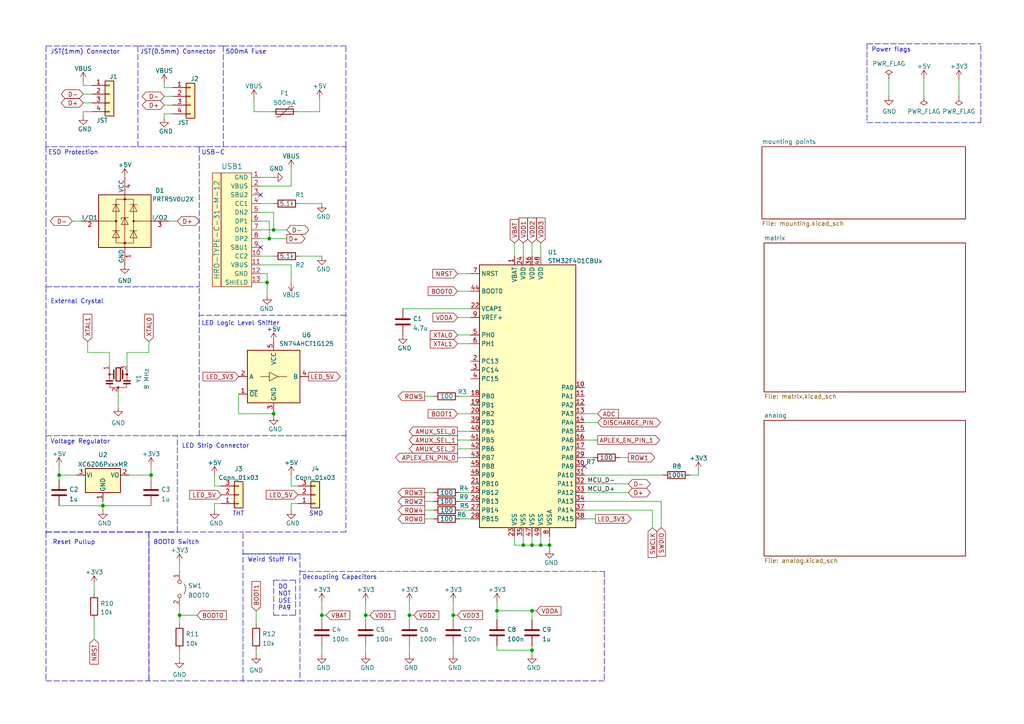
<source format=kicad_sch>
(kicad_sch (version 20211123) (generator eeschema)
  (paper "A4")
  (title_block (title "RF_R1_8-9Xu PCB") (date "2022-08-10") (rev "1") (company "Cipulot PCB Design ") (comment 1 "MIT License") (comment 2 "Cipulot"))
  (lib_symbols
    (symbol "Connector_Generic:Conn_01x03" (pin_names (offset 1.016) hide)
      (property "Reference" "J" (at 0 5.08 0))
      (property "Value" "Conn_01x03" (at 0 -5.08 0))
      (symbol "Conn_01x03_1_1"
        (rectangle (start -1.27 -2.413) (end 0 -2.667) (stroke (width 0.1524)))
        (rectangle (start -1.27 0.127) (end 0 -0.127) (stroke (width 0.1524)))
        (rectangle (start -1.27 2.667) (end 0 2.413) (stroke (width 0.1524)))
        (rectangle (start -1.27 3.81) (end 1.27 -3.81) (stroke (width 0.254)) (fill (type background)))
        (pin passive line (at -5.08 2.54 0) (length 3.81) (name "Pin_1") (number "1"))
        (pin passive line (at -5.08 0 0) (length 3.81) (name "Pin_2") (number "2"))
        (pin passive line (at -5.08 -2.54 0) (length 3.81) (name "Pin_3") (number "3"))
      )
    )
    (symbol "Connector_Generic:Conn_01x04" (pin_names (offset 1.016) hide)
      (property "Reference" "J" (at 0 5.08 0))
      (property "Value" "Conn_01x04" (at 0 -7.62 0))
      (symbol "Conn_01x04_1_1"
        (rectangle (start -1.27 -4.953) (end 0 -5.207) (stroke (width 0.1524)))
        (rectangle (start -1.27 -2.413) (end 0 -2.667) (stroke (width 0.1524)))
        (rectangle (start -1.27 0.127) (end 0 -0.127) (stroke (width 0.1524)))
        (rectangle (start -1.27 2.667) (end 0 2.413) (stroke (width 0.1524)))
        (rectangle (start -1.27 3.81) (end 1.27 -6.35) (stroke (width 0.254)) (fill (type background)))
        (pin passive line (at -5.08 2.54 0) (length 3.81) (name "Pin_1") (number "1"))
        (pin passive line (at -5.08 0 0) (length 3.81) (name "Pin_2") (number "2"))
        (pin passive line (at -5.08 -2.54 0) (length 3.81) (name "Pin_3") (number "3"))
        (pin passive line (at -5.08 -5.08 0) (length 3.81) (name "Pin_4") (number "4"))
      )
    )
    (symbol "Device:C" (pin_numbers hide) (pin_names (offset 0.254))
      (property "Reference" "C" (at 0.635 2.54 0))
      (property "Value" "C" (at 0.635 -2.54 0))
      (symbol "C_0_1"
        (polyline (pts (xy -2.032 -0.762) (xy 2.032 -0.762)) (stroke (width 0.508)))
        (polyline (pts (xy -2.032 0.762) (xy 2.032 0.762)) (stroke (width 0.508)))
      )
      (symbol "C_1_1"
        (pin passive line (at 0 3.81 270) (length 2.794) (name "~") (number "1"))
        (pin passive line (at 0 -3.81 90) (length 2.794) (name "~") (number "2"))
      )
    )
    (symbol "Device:Polyfuse" (pin_numbers hide) (pin_names (offset 0))
      (property "Reference" "F" (at -2.54 0 90))
      (property "Value" "Polyfuse" (at 2.54 0 90))
      (symbol "Polyfuse_0_1"
        (rectangle (start -0.762 2.54) (end 0.762 -2.54) (stroke (width 0.254)))
        (polyline (pts (xy 0 2.54) (xy 0 -2.54)))
        (polyline (pts (xy -1.524 2.54) (xy -1.524 1.524) (xy 1.524 -1.524) (xy 1.524 -2.54)))
      )
      (symbol "Polyfuse_1_1"
        (pin passive line (at 0 3.81 270) (length 1.27) (name "~") (number "1"))
        (pin passive line (at 0 -3.81 90) (length 1.27) (name "~") (number "2"))
      )
    )
    (symbol "Device:R" (pin_numbers hide) (pin_names (offset 0))
      (property "Reference" "R" (at 2.032 0 90))
      (property "Value" "R" (at 0 0 90))
      (symbol "R_0_1"
        (rectangle (start -1.016 -2.54) (end 1.016 2.54) (stroke (width 0.254)))
      )
      (symbol "R_1_1"
        (pin passive line (at 0 3.81 270) (length 1.27) (name "~") (number "1"))
        (pin passive line (at 0 -3.81 90) (length 1.27) (name "~") (number "2"))
      )
    )
    (symbol "Device:Resonator_Small" (pin_names (offset 1.016) hide)
      (property "Reference" "Y" (at 3.175 1.905 0))
      (property "Value" "Resonator_Small" (at 3.175 0 0))
      (symbol "Resonator_Small_0_1"
        (rectangle (start -3.556 -2.54) (end -1.524 -2.794) (fill (type outline)))
        (rectangle (start -3.556 -1.778) (end -1.524 -2.032) (fill (type outline)))
        (circle (center -2.54 0) (radius 0.254) (fill (type outline)))
        (rectangle (start -0.635 1.905) (end 0.635 -1.905) (stroke (width 0.3048)))
        (circle (center 0 -3.81) (radius 0.254) (fill (type outline)))
        (polyline (pts (xy -2.54 -1.778) (xy -2.54 0)))
        (polyline (pts (xy -2.54 0) (xy -1.397 0)))
        (polyline (pts (xy -2.54 1.27) (xy -2.54 0)))
        (polyline (pts (xy -1.27 -1.27) (xy -1.27 1.27)) (stroke (width 0.381)))
        (polyline (pts (xy 1.27 -1.27) (xy 1.27 1.27)) (stroke (width 0.381)))
        (polyline (pts (xy 1.27 0) (xy 2.54 0)))
        (polyline (pts (xy 2.54 0) (xy 2.54 -1.778)))
        (polyline (pts (xy 2.54 1.27) (xy 2.54 0)))
        (polyline (pts (xy 2.413 -2.794) (xy 2.413 -3.81) (xy -2.413 -3.81) (xy -2.413 -2.667)))
        (rectangle (start 1.524 -2.54) (end 3.556 -2.794) (fill (type outline)))
        (rectangle (start 1.524 -1.778) (end 3.556 -2.032) (fill (type outline)))
        (circle (center 2.54 0) (radius 0.254) (fill (type outline)))
      )
      (symbol "Resonator_Small_1_1"
        (pin passive line (at -2.54 2.54 270) (length 1.27) (name "1") (number "1"))
        (pin passive line (at 0 -5.08 90) (length 1.27) (name "2") (number "2"))
        (pin passive line (at 2.54 2.54 270) (length 1.27) (name "3") (number "3"))
      )
    )
    (symbol "Jumper:Jumper_2_Open" (pin_names (offset 0) hide)
      (property "Reference" "JP" (at 0 2.794 0))
      (property "Value" "Jumper_2_Open" (at 0 -2.286 0))
      (symbol "Jumper_2_Open_0_0"
        (circle (center -2.032 0) (radius 0.508))
        (circle (center 2.032 0) (radius 0.508))
      )
      (symbol "Jumper_2_Open_0_1"
        (arc (start 1.524 1.27) (mid 0 1.778) (end -1.524 1.27))
      )
      (symbol "Jumper_2_Open_1_1"
        (pin passive line (at -5.08 0 0) (length 2.54) (name "A") (number "1"))
        (pin passive line (at 5.08 0 180) (length 2.54) (name "B") (number "2"))
      )
    )
    (symbol "MCU_ST_STM32F4:STM32F401CBUx"
      (property "Reference" "U" (at -15.24 39.37 0))
      (property "Value" "STM32F401CBUx" (at 5.08 39.37 0))
      (symbol "STM32F401CBUx_0_1"
        (rectangle (start -15.24 -38.1) (end 12.7 38.1) (stroke (width 0.254)) (fill (type background)))
      )
      (symbol "STM32F401CBUx_1_1"
        (pin power_in line (at -5.08 40.64 270) (length 2.54) (name "VBAT") (number "1"))
        (pin bidirectional line (at 15.24 2.54 180) (length 2.54) (name "PA0") (number "10"))
        (pin bidirectional line (at 15.24 0 180) (length 2.54) (name "PA1") (number "11"))
        (pin bidirectional line (at 15.24 -2.54 180) (length 2.54) (name "PA2") (number "12"))
        (pin bidirectional line (at 15.24 -5.08 180) (length 2.54) (name "PA3") (number "13"))
        (pin bidirectional line (at 15.24 -7.62 180) (length 2.54) (name "PA4") (number "14"))
        (pin bidirectional line (at 15.24 -10.16 180) (length 2.54) (name "PA5") (number "15"))
        (pin bidirectional line (at 15.24 -12.7 180) (length 2.54) (name "PA6") (number "16"))
        (pin bidirectional line (at 15.24 -15.24 180) (length 2.54) (name "PA7") (number "17"))
        (pin bidirectional line (at -17.78 0 0) (length 2.54) (name "PB0") (number "18"))
        (pin bidirectional line (at -17.78 -2.54 0) (length 2.54) (name "PB1") (number "19"))
        (pin bidirectional line (at -17.78 10.16 0) (length 2.54) (name "PC13") (number "2"))
        (pin bidirectional line (at -17.78 -5.08 0) (length 2.54) (name "PB2") (number "20"))
        (pin bidirectional line (at -17.78 -25.4 0) (length 2.54) (name "PB10") (number "21"))
        (pin power_in line (at -17.78 25.4 0) (length 2.54) (name "VCAP1") (number "22"))
        (pin power_in line (at -5.08 -40.64 90) (length 2.54) (name "VSS") (number "23"))
        (pin power_in line (at -2.54 40.64 270) (length 2.54) (name "VDD") (number "24"))
        (pin bidirectional line (at -17.78 -27.94 0) (length 2.54) (name "PB12") (number "25"))
        (pin bidirectional line (at -17.78 -30.48 0) (length 2.54) (name "PB13") (number "26"))
        (pin bidirectional line (at -17.78 -33.02 0) (length 2.54) (name "PB14") (number "27"))
        (pin bidirectional line (at -17.78 -35.56 0) (length 2.54) (name "PB15") (number "28"))
        (pin bidirectional line (at 15.24 -17.78 180) (length 2.54) (name "PA8") (number "29"))
        (pin bidirectional line (at -17.78 7.62 0) (length 2.54) (name "PC14") (number "3"))
        (pin bidirectional line (at 15.24 -20.32 180) (length 2.54) (name "PA9") (number "30"))
        (pin bidirectional line (at 15.24 -22.86 180) (length 2.54) (name "PA10") (number "31"))
        (pin bidirectional line (at 15.24 -25.4 180) (length 2.54) (name "PA11") (number "32"))
        (pin bidirectional line (at 15.24 -27.94 180) (length 2.54) (name "PA12") (number "33"))
        (pin bidirectional line (at 15.24 -30.48 180) (length 2.54) (name "PA13") (number "34"))
        (pin power_in line (at -2.54 -40.64 90) (length 2.54) (name "VSS") (number "35"))
        (pin power_in line (at 0 40.64 270) (length 2.54) (name "VDD") (number "36"))
        (pin bidirectional line (at 15.24 -33.02 180) (length 2.54) (name "PA14") (number "37"))
        (pin bidirectional line (at 15.24 -35.56 180) (length 2.54) (name "PA15") (number "38"))
        (pin bidirectional line (at -17.78 -7.62 0) (length 2.54) (name "PB3") (number "39"))
        (pin bidirectional line (at -17.78 5.08 0) (length 2.54) (name "PC15") (number "4"))
        (pin bidirectional line (at -17.78 -10.16 0) (length 2.54) (name "PB4") (number "40"))
        (pin bidirectional line (at -17.78 -12.7 0) (length 2.54) (name "PB5") (number "41"))
        (pin bidirectional line (at -17.78 -15.24 0) (length 2.54) (name "PB6") (number "42"))
        (pin bidirectional line (at -17.78 -17.78 0) (length 2.54) (name "PB7") (number "43"))
        (pin input line (at -17.78 30.48 0) (length 2.54) (name "BOOT0") (number "44"))
        (pin bidirectional line (at -17.78 -20.32 0) (length 2.54) (name "PB8") (number "45"))
        (pin bidirectional line (at -17.78 -22.86 0) (length 2.54) (name "PB9") (number "46"))
        (pin power_in line (at 0 -40.64 90) (length 2.54) (name "VSS") (number "47"))
        (pin power_in line (at 2.54 40.64 270) (length 2.54) (name "VDD") (number "48"))
        (pin power_in line (at 2.54 -40.64 90) (length 2.54) (name "VSS") (number "49"))
        (pin input line (at -17.78 17.78 0) (length 2.54) (name "PH0") (number "5"))
        (pin input line (at -17.78 15.24 0) (length 2.54) (name "PH1") (number "6"))
        (pin input line (at -17.78 35.56 0) (length 2.54) (name "NRST") (number "7"))
        (pin power_in line (at 5.08 -40.64 90) (length 2.54) (name "VSSA") (number "8"))
        (pin power_in line (at -17.78 22.86 0) (length 2.54) (name "VREF+") (number "9"))
      )
    )
    (symbol "Power_Protection:PRTR5V0U2X" (pin_names (offset 0))
      (property "Reference" "D" (at 2.794 8.636 0))
      (property "Value" "PRTR5V0U2X" (at 8.128 -9.398 0))
      (symbol "PRTR5V0U2X_0_1"
        (rectangle (start -7.62 -7.62) (end 7.62 7.62) (stroke (width 0.254)) (fill (type background)))
        (circle (center -2.54 0) (radius 0.254) (fill (type outline)))
        (rectangle (start -2.54 6.35) (end 2.54 -6.35))
        (circle (center 0 -6.35) (radius 0.254) (fill (type outline)))
        (polyline (pts (xy -2.54 0) (xy -7.62 0)))
        (polyline (pts (xy -1.524 -2.794) (xy -3.556 -2.794)))
        (polyline (pts (xy -1.524 4.826) (xy -3.556 4.826)))
        (polyline (pts (xy 0 -7.62) (xy 0 7.62)))
        (polyline (pts (xy 1.524 -2.794) (xy 3.556 -2.794)))
        (polyline (pts (xy 1.524 4.826) (xy 3.556 4.826)))
        (polyline (pts (xy 2.54 0) (xy 7.62 0)))
        (polyline (pts (xy 1.016 1.016) (xy -1.016 1.016) (xy -1.016 0.508)))
        (polyline (pts (xy -3.556 -4.826) (xy -1.524 -4.826) (xy -2.54 -2.794) (xy -3.556 -4.826)))
        (polyline (pts (xy -3.556 2.794) (xy -1.524 2.794) (xy -2.54 4.826) (xy -3.556 2.794)))
        (polyline (pts (xy -1.016 -1.016) (xy 1.016 -1.016) (xy 0 1.016) (xy -1.016 -1.016)))
        (polyline (pts (xy 3.556 -4.826) (xy 1.524 -4.826) (xy 2.54 -2.794) (xy 3.556 -4.826)))
        (polyline (pts (xy 3.556 2.794) (xy 1.524 2.794) (xy 2.54 4.826) (xy 3.556 2.794)))
        (circle (center 0 6.35) (radius 0.254) (fill (type outline)))
        (circle (center 2.54 0) (radius 0.254) (fill (type outline)))
      )
      (symbol "PRTR5V0U2X_1_1"
        (pin passive line (at 0 -12.7 90) (length 5.08) (name "GND") (number "1"))
        (pin passive line (at -12.7 0 0) (length 5.08) (name "I/O1") (number "2"))
        (pin passive line (at 12.7 0 180) (length 5.08) (name "I/O2") (number "3"))
        (pin passive line (at 0 12.7 270) (length 5.08) (name "VCC") (number "4"))
      )
    )
    (symbol "Regulator_Linear:XC6206PxxxMR" (pin_names (offset 0.254))
      (property "Reference" "U" (at -3.81 3.175 0))
      (property "Value" "XC6206PxxxMR" (at 0 3.175 0))
      (symbol "XC6206PxxxMR_0_1"
        (rectangle (start -5.08 1.905) (end 5.08 -5.08) (stroke (width 0.254)) (fill (type background)))
      )
      (symbol "XC6206PxxxMR_1_1"
        (pin power_in line (at 0 -7.62 90) (length 2.54) (name "GND") (number "1"))
        (pin power_out line (at 7.62 0 180) (length 2.54) (name "VO") (number "2"))
        (pin power_in line (at -7.62 0 0) (length 2.54) (name "VI") (number "3"))
      )
    )
    (symbol "cipulot_parts:HRO-TYPE-C-31-M-12" (pin_names (offset 1.016))
      (property "Reference" "USB" (at -5.08 16.51 0))
      (property "Value" "HRO-TYPE-C-31-M-12" (at -10.16 -1.27 90))
      (symbol "HRO-TYPE-C-31-M-12_0_1"
        (rectangle (start -11.43 15.24) (end -8.89 -17.78) (fill (type background)))
        (rectangle (start 0 -17.78) (end -8.89 15.24) (fill (type background)))
      )
      (symbol "HRO-TYPE-C-31-M-12_1_1"
        (pin input line (at 2.54 13.97 180) (length 2.54) (name "GND") (number "1"))
        (pin input line (at 2.54 -8.89 180) (length 2.54) (name "CC2") (number "10"))
        (pin input line (at 2.54 -11.43 180) (length 2.54) (name "VBUS") (number "11"))
        (pin input line (at 2.54 -13.97 180) (length 2.54) (name "GND") (number "12"))
        (pin input line (at 2.54 -16.51 180) (length 2.54) (name "SHIELD") (number "13"))
        (pin input line (at 2.54 11.43 180) (length 2.54) (name "VBUS") (number "2"))
        (pin input line (at 2.54 8.89 180) (length 2.54) (name "SBU2") (number "3"))
        (pin input line (at 2.54 6.35 180) (length 2.54) (name "CC1") (number "4"))
        (pin input line (at 2.54 3.81 180) (length 2.54) (name "DN2") (number "5"))
        (pin input line (at 2.54 1.27 180) (length 2.54) (name "DP1") (number "6"))
        (pin input line (at 2.54 -1.27 180) (length 2.54) (name "DN1") (number "7"))
        (pin input line (at 2.54 -3.81 180) (length 2.54) (name "DP2") (number "8"))
        (pin input line (at 2.54 -6.35 180) (length 2.54) (name "SBU1") (number "9"))
      )
    )
    (symbol "cipulot_parts:SN74AHCT1G125"
      (property "Reference" "U" (at -6.35 11.43 0))
      (property "Value" "SN74AHCT1G125" (at 3.81 11.43 0))
      (symbol "SN74AHCT1G125_0_1"
        (rectangle (start -7.62 10.16) (end 7.62 -5.08) (stroke (width 0.254)) (fill (type background)))
        (polyline (pts (xy -3.81 2.54) (xy -1.27 2.54)))
        (polyline (pts (xy 3.81 2.54) (xy 1.27 2.54)))
        (polyline (pts (xy -1.27 1.27) (xy -1.27 3.81) (xy 1.27 2.54) (xy -1.27 1.27)))
      )
      (symbol "SN74AHCT1G125_1_1"
        (pin input line (at -10.16 -2.54 0) (length 2.54) (name "~{OE}") (number "1"))
        (pin input line (at -10.16 2.54 0) (length 2.54) (name "A") (number "2"))
        (pin power_in line (at 0 -7.62 90) (length 2.54) (name "GND") (number "3"))
        (pin output line (at 10.16 2.54 180) (length 2.54) (name "B") (number "4"))
        (pin power_in line (at 0 12.7 270) (length 2.54) (name "VCC") (number "5"))
      )
    )
    (symbol "power:+3.3V" (power) (pin_names (offset 0))
      (property "Value" "+3.3V" (at 0 3.556 0))
      (symbol "+3.3V_0_1"
        (polyline (pts (xy -0.762 1.27) (xy 0 2.54)))
        (polyline (pts (xy 0 0) (xy 0 2.54)))
        (polyline (pts (xy 0 2.54) (xy 0.762 1.27)))
      )
      (symbol "+3.3V_1_1"
        (pin power_in line (at 0 0 90) (length 0) hide (name "+3V3") (number "1"))
      )
    )
    (symbol "power:+5V" (power) (pin_names (offset 0))
      (property "Value" "+5V" (at 0 3.556 0))
      (symbol "+5V_0_1"
        (polyline (pts (xy -0.762 1.27) (xy 0 2.54)))
        (polyline (pts (xy 0 0) (xy 0 2.54)))
        (polyline (pts (xy 0 2.54) (xy 0.762 1.27)))
      )
      (symbol "+5V_1_1"
        (pin power_in line (at 0 0 90) (length 0) hide (name "+5V") (number "1"))
      )
    )
    (symbol "power:GND" (power) (pin_names (offset 0))
      (property "Value" "GND" (at 0 -3.81 0))
      (symbol "GND_0_1"
        (polyline (pts (xy 0 0) (xy 0 -1.27) (xy 1.27 -1.27) (xy 0 -2.54) (xy -1.27 -1.27) (xy 0 -1.27)))
      )
      (symbol "GND_1_1"
        (pin power_in line (at 0 0 270) (length 0) hide (name "GND") (number "1"))
      )
    )
    (symbol "power:PWR_FLAG" (power) (pin_numbers hide) (pin_names (offset 0) hide)
      (property "Value" "PWR_FLAG" (at 0 3.81 0))
      (symbol "PWR_FLAG_0_0"
        (pin power_out line (at 0 0 90) (length 0) (name "pwr") (number "1"))
      )
      (symbol "PWR_FLAG_0_1"
        (polyline (pts (xy 0 0) (xy 0 1.27) (xy -1.016 1.905) (xy 0 2.54) (xy 1.016 1.905) (xy 0 1.27)))
      )
    )
    (symbol "power:VBUS" (power) (pin_names (offset 0))
      (property "Value" "VBUS" (at 0 3.81 0))
      (symbol "VBUS_0_1"
        (polyline (pts (xy -0.762 1.27) (xy 0 2.54)))
        (polyline (pts (xy 0 0) (xy 0 2.54)))
        (polyline (pts (xy 0 2.54) (xy 0.762 1.27)))
      )
      (symbol "VBUS_1_1"
        (pin power_in line (at 0 0 90) (length 0) hide (name "VBUS") (number "1"))
      )
    )
  )
  (junction (at 156.845 158.115))
  (junction (at 144.145 177.165))
  (junction (at 106.045 178.435))
  (junction (at 79.375 66.675))
  (junction (at 154.305 188.595))
  (junction (at 43.815 137.795))
  (junction (at 29.845 146.685))
  (junction (at 154.305 158.115))
  (junction (at 151.765 158.115))
  (junction (at 77.47 81.915))
  (junction (at 78.105 69.215))
  (junction (at 17.145 137.795))
  (junction (at 154.305 177.165))
  (junction (at 79.375 120.015))
  (junction (at 93.345 178.435))
  (junction (at 159.385 158.115))
  (junction (at 52.07 178.435))
  (junction (at 118.745 178.435))
  (junction (at 131.445 178.435))
  (no_connect (at 75.565 71.755))
  (no_connect (at 75.565 56.515))
  (no_connect (at 169.545 135.255))
  (wire (pts (xy 75.565 64.135) (xy 78.105 64.135)))
  (wire (pts (xy 84.455 140.97) (xy 84.455 137.795)))
  (polyline (pts (xy 57.785 42.545) (xy 64.77 42.545)))
  (polyline (pts (xy 13.335 83.185) (xy 13.335 126.365)))
  (wire (pts (xy 123.19 114.935) (xy 125.73 114.935)))
  (wire (pts (xy 169.545 137.795) (xy 192.405 137.795)))
  (polyline (pts (xy 79.375 168.275) (xy 85.725 168.275)))
  (wire (pts (xy 64.135 146.05) (xy 62.23 146.05)))
  (wire (pts (xy 74.295 188.595) (xy 74.295 189.865)))
  (polyline (pts (xy 43.18 154.305) (xy 43.18 197.485)))
  (wire (pts (xy 151.765 74.295) (xy 151.765 70.485)))
  (polyline (pts (xy 57.785 42.545) (xy 13.335 42.545)))
  (wire (pts (xy 29.845 145.415) (xy 29.845 146.685)))
  (polyline (pts (xy 100.33 13.335) (xy 97.79 13.335)))
  (polyline (pts (xy 13.335 13.335) (xy 40.005 13.335)))
  (wire (pts (xy 151.765 158.115) (xy 154.305 158.115)))
  (wire (pts (xy 118.745 179.705) (xy 118.745 178.435)))
  (wire (pts (xy 74.295 177.165) (xy 74.295 180.975)))
  (polyline (pts (xy 175.26 165.735) (xy 175.26 197.485)))
  (polyline (pts (xy 86.995 160.655) (xy 86.995 197.485)))
  (polyline (pts (xy 57.785 126.365) (xy 100.33 126.365)))
  (wire (pts (xy 69.215 120.015) (xy 79.375 120.015)))
  (wire (pts (xy 154.305 177.165) (xy 154.305 179.705)))
  (polyline (pts (xy 13.335 154.305) (xy 13.335 197.485)))
  (wire (pts (xy 79.375 61.595) (xy 79.375 66.675)))
  (wire (pts (xy 17.145 135.255) (xy 17.145 137.795)))
  (wire (pts (xy 84.455 146.05) (xy 84.455 147.955)))
  (wire (pts (xy 154.305 188.595) (xy 154.305 189.865)))
  (wire (pts (xy 24.13 29.845) (xy 26.67 29.845)))
  (polyline (pts (xy 57.785 83.185) (xy 57.785 42.545)))
  (polyline (pts (xy 100.33 126.365) (xy 100.33 154.305)))
  (wire (pts (xy 144.145 188.595) (xy 154.305 188.595)))
  (wire (pts (xy 47.625 25.4) (xy 50.165 25.4)))
  (wire (pts (xy 169.545 145.415) (xy 191.77 145.415)))
  (wire (pts (xy 75.565 74.295) (xy 79.375 74.295)))
  (wire (pts (xy 133.35 142.875) (xy 136.525 142.875)))
  (polyline (pts (xy 100.33 42.545) (xy 100.33 91.44)))
  (wire (pts (xy 27.305 169.545) (xy 27.305 172.085)))
  (wire (pts (xy 159.385 159.385) (xy 159.385 158.115)))
  (wire (pts (xy 132.715 132.715) (xy 136.525 132.715)))
  (wire (pts (xy 154.305 177.165) (xy 155.575 177.165)))
  (wire (pts (xy 75.565 51.435) (xy 79.375 51.435)))
  (wire (pts (xy 173.355 127.635) (xy 169.545 127.635)))
  (wire (pts (xy 79.375 120.65) (xy 79.375 120.015)))
  (wire (pts (xy 154.305 155.575) (xy 154.305 158.115)))
  (polyline (pts (xy 251.46 35.56) (xy 284.48 35.56)))
  (wire (pts (xy 118.745 178.435) (xy 120.015 178.435)))
  (wire (pts (xy 278.13 22.86) (xy 278.13 27.94)))
  (wire (pts (xy 169.545 147.955) (xy 189.23 147.955)))
  (wire (pts (xy 149.225 74.295) (xy 149.225 70.485)))
  (wire (pts (xy 75.565 66.675) (xy 79.375 66.675)))
  (wire (pts (xy 69.215 114.3) (xy 69.215 120.015)))
  (wire (pts (xy 47.625 34.29) (xy 47.625 33.02)))
  (polyline (pts (xy 64.77 42.545) (xy 100.33 42.545)))
  (wire (pts (xy 43.18 99.06) (xy 43.18 102.235)))
  (wire (pts (xy 154.305 74.295) (xy 154.305 70.485)))
  (wire (pts (xy 75.565 53.975) (xy 84.455 53.975)))
  (wire (pts (xy 106.045 179.705) (xy 106.045 178.435)))
  (polyline (pts (xy 85.725 178.435) (xy 85.725 168.275)))
  (polyline (pts (xy 79.375 168.275) (xy 79.375 178.435)))
  (wire (pts (xy 86.36 32.385) (xy 92.71 32.385)))
  (wire (pts (xy 123.19 145.415) (xy 125.73 145.415)))
  (wire (pts (xy 17.145 146.685) (xy 29.845 146.685)))
  (wire (pts (xy 136.525 92.075) (xy 132.715 92.075)))
  (wire (pts (xy 84.455 53.975) (xy 84.455 48.895)))
  (wire (pts (xy 73.66 28.575) (xy 73.66 32.385)))
  (wire (pts (xy 106.045 187.325) (xy 106.045 189.865)))
  (wire (pts (xy 93.345 178.435) (xy 93.345 179.705)))
  (wire (pts (xy 132.715 99.695) (xy 136.525 99.695)))
  (wire (pts (xy 34.29 113.665) (xy 34.29 118.11)))
  (polyline (pts (xy 86.995 165.735) (xy 175.26 165.735)))
  (wire (pts (xy 47.625 30.48) (xy 50.165 30.48)))
  (wire (pts (xy 79.375 66.675) (xy 83.185 66.675)))
  (polyline (pts (xy 70.485 197.485) (xy 70.485 154.305)))
  (wire (pts (xy 25.4 99.06) (xy 25.4 102.235)))
  (wire (pts (xy 149.225 158.115) (xy 151.765 158.115)))
  (wire (pts (xy 62.23 140.97) (xy 62.23 137.795)))
  (wire (pts (xy 36.83 106.045) (xy 36.83 102.235)))
  (wire (pts (xy 93.345 187.325) (xy 93.345 189.865)))
  (wire (pts (xy 52.07 178.435) (xy 52.07 180.975)))
  (wire (pts (xy 172.085 132.715) (xy 169.545 132.715)))
  (wire (pts (xy 144.145 174.625) (xy 144.145 177.165)))
  (wire (pts (xy 20.955 64.135) (xy 23.495 64.135)))
  (wire (pts (xy 106.045 174.625) (xy 106.045 178.435)))
  (polyline (pts (xy 64.77 42.545) (xy 64.77 13.335)))
  (wire (pts (xy 267.97 22.86) (xy 267.97 27.94)))
  (polyline (pts (xy 79.375 178.435) (xy 85.725 178.435)))
  (polyline (pts (xy 13.335 154.305) (xy 37.465 154.305)))
  (polyline (pts (xy 64.77 13.335) (xy 40.005 13.335)))
  (wire (pts (xy 133.35 150.495) (xy 136.525 150.495)))
  (wire (pts (xy 133.35 147.955) (xy 136.525 147.955)))
  (polyline (pts (xy 13.335 42.545) (xy 13.335 64.135)))
  (polyline (pts (xy 100.33 91.44) (xy 100.33 91.44)))
  (wire (pts (xy 151.765 155.575) (xy 151.765 158.115)))
  (polyline (pts (xy 100.33 42.545) (xy 100.33 13.335)))
  (wire (pts (xy 36.83 102.235) (xy 43.18 102.235)))
  (wire (pts (xy 132.715 130.175) (xy 136.525 130.175)))
  (wire (pts (xy 17.145 137.795) (xy 22.225 137.795)))
  (wire (pts (xy 156.845 155.575) (xy 156.845 158.115)))
  (polyline (pts (xy 43.18 197.485) (xy 43.18 154.305)))
  (wire (pts (xy 133.35 114.935) (xy 136.525 114.935)))
  (wire (pts (xy 47.625 27.94) (xy 50.165 27.94)))
  (wire (pts (xy 24.13 32.385) (xy 26.67 32.385)))
  (wire (pts (xy 37.465 137.795) (xy 43.815 137.795)))
  (polyline (pts (xy 86.995 197.485) (xy 70.485 197.485)))
  (wire (pts (xy 52.07 175.895) (xy 52.07 178.435)))
  (wire (pts (xy 182.245 132.715) (xy 179.705 132.715)))
  (wire (pts (xy 131.445 178.435) (xy 131.445 179.705)))
  (wire (pts (xy 172.72 150.495) (xy 169.545 150.495)))
  (wire (pts (xy 257.81 22.86) (xy 257.81 27.94)))
  (wire (pts (xy 29.845 146.685) (xy 29.845 147.955)))
  (wire (pts (xy 84.455 76.835) (xy 84.455 81.915)))
  (wire (pts (xy 75.565 61.595) (xy 79.375 61.595)))
  (polyline (pts (xy 51.435 154.305) (xy 51.435 126.365)))
  (wire (pts (xy 86.36 140.97) (xy 84.455 140.97)))
  (polyline (pts (xy 100.33 91.44) (xy 57.785 91.44)))
  (wire (pts (xy 43.815 135.255) (xy 43.815 137.795)))
  (wire (pts (xy 144.145 177.165) (xy 154.305 177.165)))
  (wire (pts (xy 200.025 137.795) (xy 202.565 137.795)))
  (wire (pts (xy 77.47 81.915) (xy 75.565 81.915)))
  (wire (pts (xy 132.715 79.375) (xy 136.525 79.375)))
  (wire (pts (xy 123.19 150.495) (xy 125.73 150.495)))
  (wire (pts (xy 169.545 140.335) (xy 182.245 140.335)))
  (wire (pts (xy 116.84 89.535) (xy 136.525 89.535)))
  (wire (pts (xy 92.71 32.385) (xy 92.71 28.575)))
  (wire (pts (xy 43.815 137.795) (xy 43.815 139.065)))
  (wire (pts (xy 47.625 33.02) (xy 50.165 33.02)))
  (wire (pts (xy 31.75 102.235) (xy 31.75 106.045)))
  (wire (pts (xy 27.305 179.705) (xy 27.305 185.42)))
  (wire (pts (xy 118.745 187.325) (xy 118.745 189.865)))
  (wire (pts (xy 75.565 69.215) (xy 78.105 69.215)))
  (wire (pts (xy 132.715 84.455) (xy 136.525 84.455)))
  (wire (pts (xy 189.23 147.955) (xy 189.23 153.035)))
  (wire (pts (xy 24.13 24.765) (xy 26.67 24.765)))
  (wire (pts (xy 132.715 97.155) (xy 136.525 97.155)))
  (polyline (pts (xy 13.335 42.545) (xy 13.335 13.335)))
  (wire (pts (xy 52.07 163.195) (xy 52.07 165.735)))
  (wire (pts (xy 24.13 23.495) (xy 24.13 24.765)))
  (polyline (pts (xy 251.46 12.7) (xy 251.46 35.56)))
  (wire (pts (xy 64.135 140.97) (xy 62.23 140.97)))
  (wire (pts (xy 17.145 137.795) (xy 17.145 139.065)))
  (wire (pts (xy 132.715 127.635) (xy 136.525 127.635)))
  (polyline (pts (xy 13.335 126.365) (xy 13.335 154.305)))
  (wire (pts (xy 24.13 33.655) (xy 24.13 32.385)))
  (wire (pts (xy 86.36 146.05) (xy 84.455 146.05)))
  (wire (pts (xy 62.23 146.05) (xy 62.23 147.955)))
  (polyline (pts (xy 13.335 154.305) (xy 37.465 154.305)))
  (wire (pts (xy 77.47 79.375) (xy 77.47 81.915)))
  (wire (pts (xy 169.545 142.875) (xy 182.245 142.875)))
  (wire (pts (xy 94.615 178.435) (xy 93.345 178.435)))
  (polyline (pts (xy 70.485 160.655) (xy 86.995 160.655)))
  (wire (pts (xy 159.385 155.575) (xy 159.385 158.115)))
  (wire (pts (xy 144.145 187.325) (xy 144.145 188.595)))
  (polyline (pts (xy 64.77 13.335) (xy 97.79 13.335)))
  (polyline (pts (xy 13.335 126.365) (xy 57.785 126.365)))
  (wire (pts (xy 78.105 69.215) (xy 83.185 69.215)))
  (polyline (pts (xy 100.33 126.365) (xy 100.33 91.44)))
  (wire (pts (xy 132.715 120.015) (xy 136.525 120.015)))
  (wire (pts (xy 24.13 27.305) (xy 26.67 27.305)))
  (wire (pts (xy 75.565 79.375) (xy 77.47 79.375)))
  (wire (pts (xy 47.625 24.13) (xy 47.625 25.4)))
  (polyline (pts (xy 37.465 197.485) (xy 70.485 197.485)))
  (polyline (pts (xy 175.26 197.485) (xy 86.995 197.485)))
  (wire (pts (xy 106.045 178.435) (xy 107.315 178.435)))
  (wire (pts (xy 86.995 59.055) (xy 93.345 59.055)))
  (wire (pts (xy 25.4 102.235) (xy 31.75 102.235)))
  (wire (pts (xy 52.07 188.595) (xy 52.07 191.135)))
  (polyline (pts (xy 100.33 154.305) (xy 70.485 154.305)))
  (polyline (pts (xy 13.335 197.485) (xy 37.465 197.485)))
  (wire (pts (xy 191.77 153.035) (xy 191.77 145.415)))
  (polyline (pts (xy 57.785 126.365) (xy 57.785 83.185)))
  (wire (pts (xy 131.445 178.435) (xy 132.715 178.435)))
  (wire (pts (xy 86.995 74.295) (xy 93.345 74.295)))
  (wire (pts (xy 75.565 59.055) (xy 79.375 59.055)))
  (wire (pts (xy 118.745 174.625) (xy 118.745 178.435)))
  (polyline (pts (xy 100.33 126.365) (xy 100.33 126.365)))
  (wire (pts (xy 131.445 174.625) (xy 131.445 178.435)))
  (wire (pts (xy 79.375 120.015) (xy 79.375 119.38)))
  (polyline (pts (xy 251.46 12.7) (xy 284.48 12.7)))
  (polyline (pts (xy 13.335 83.185) (xy 57.785 83.185)))
  (polyline (pts (xy 37.465 154.305) (xy 51.435 154.305)))
  (wire (pts (xy 154.305 158.115) (xy 156.845 158.115)))
  (wire (pts (xy 48.895 64.135) (xy 51.435 64.135)))
  (polyline (pts (xy 284.48 35.56) (xy 284.48 12.7)))
  (wire (pts (xy 202.565 137.795) (xy 202.565 136.525)))
  (polyline (pts (xy 37.465 154.305) (xy 70.485 154.305)))
  (wire (pts (xy 123.19 147.955) (xy 125.73 147.955)))
  (wire (pts (xy 77.47 81.915) (xy 77.47 85.725)))
  (polyline (pts (xy 40.005 42.545) (xy 40.005 13.335)))
  (wire (pts (xy 144.145 179.705) (xy 144.145 177.165)))
  (wire (pts (xy 131.445 187.325) (xy 131.445 189.865)))
  (polyline (pts (xy 57.785 91.44) (xy 57.785 90.805)))
  (polyline (pts (xy 86.995 160.655) (xy 70.485 160.655)))
  (wire (pts (xy 156.845 158.115) (xy 159.385 158.115)))
  (wire (pts (xy 149.225 155.575) (xy 149.225 158.115)))
  (wire (pts (xy 173.355 122.555) (xy 169.545 122.555)))
  (wire (pts (xy 29.845 146.685) (xy 43.815 146.685)))
  (wire (pts (xy 73.66 32.385) (xy 78.74 32.385)))
  (wire (pts (xy 169.545 120.015) (xy 173.355 120.015)))
  (wire (pts (xy 156.845 74.295) (xy 156.845 70.485)))
  (wire (pts (xy 132.715 125.095) (xy 136.525 125.095)))
  (wire (pts (xy 93.345 174.625) (xy 93.345 178.435)))
  (wire (pts (xy 133.35 145.415) (xy 136.525 145.415)))
  (wire (pts (xy 52.07 178.435) (xy 57.15 178.435)))
  (wire (pts (xy 123.19 142.875) (xy 125.73 142.875)))
  (polyline (pts (xy 13.335 64.135) (xy 13.335 83.185)))
  (wire (pts (xy 78.105 64.135) (xy 78.105 69.215)))
  (wire (pts (xy 154.305 187.325) (xy 154.305 188.595)))
  (wire (pts (xy 75.565 76.835) (xy 84.455 76.835)))
  (text "DO\nNOT\nUSE\nPA9\n" (at 80.645 177.165 0) (effects (font (size 1.27 1.27)) (justify left bottom)))
  (text "USB-C" (at 58.42 45.085 0) (effects (font (size 1.27 1.27)) (justify left bottom)))
  (text "Voltage Regulator" (at 14.605 128.905 0) (effects (font (size 1.27 1.27)) (justify left bottom)))
  (text "JST(1mm) Connector\n" (at 14.605 15.875 0) (effects (font (size 1.27 1.27)) (justify left bottom)))
  (text "JST(0.5mm) Connector\n" (at 40.64 15.875 0) (effects (font (size 1.27 1.27)) (justify left bottom)))
  (text "LED Logic Level Shifter" (at 58.42 94.615 0) (effects (font (size 1.27 1.27)) (justify left bottom)))
  (text "LED Strip Connector\n" (at 52.705 130.175 0) (effects (font (size 1.27 1.27)) (justify left bottom)))
  (text "SMD" (at 89.535 149.86 0) (effects (font (size 1.27 1.27) italic) (justify left bottom)))
  (text "BOOT0 Switch" (at 44.45 158.115 0) (effects (font (size 1.27 1.27)) (justify left bottom)))
  (text "External Crystal\n" (at 14.605 88.265 0) (effects (font (size 1.27 1.27)) (justify left bottom)))
  (text "500mA Fuse" (at 65.405 15.875 0) (effects (font (size 1.27 1.27)) (justify left bottom)))
  (text "THT\n" (at 67.31 149.86 0) (effects (font (size 1.27 1.27) italic) (justify left bottom)))
  (text "Weird Stuff FIx" (at 71.755 163.195 0) (effects (font (size 1.27 1.27)) (justify left bottom)))
  (text "Decoupling Capacitors" (at 87.63 168.275 0) (effects (font (size 1.27 1.27)) (justify left bottom)))
  (text "Power flags\n" (at 252.73 15.24 0) (effects (font (size 1.27 1.27)) (justify left bottom)))
  (text "ESD Protection\n" (at 13.97 45.085 0) (effects (font (size 1.27 1.27)) (justify left bottom)))
  (text "Reset Pullup" (at 15.24 158.115 0) (effects (font (size 1.27 1.27)) (justify left bottom)))
  (label "MCU_D+" (at 178.435 142.875 180))
  (label "MCU_D-" (at 178.435 140.335 180))
  (global_label "VDD2" (shape input) (at 154.305 70.485 90) (property "Intersheet References" "${INTERSHEET_REFS}" (effects hide)))
  (global_label "VDD3" (shape input) (at 132.715 178.435 0) (property "Intersheet References" "${INTERSHEET_REFS}" (effects hide)))
  (global_label "D+" (shape bidirectional) (at 24.13 29.845 180) (property "Intersheet References" "${INTERSHEET_REFS}" (effects hide)))
  (global_label "VDD3" (shape input) (at 156.845 70.485 90) (property "Intersheet References" "${INTERSHEET_REFS}" (effects hide)))
  (global_label "D-" (shape bidirectional) (at 83.185 66.675 0) (property "Intersheet References" "${INTERSHEET_REFS}" (effects hide)))
  (global_label "D+" (shape bidirectional) (at 47.625 30.48 180) (property "Intersheet References" "${INTERSHEET_REFS}" (effects hide)))
  (global_label "LED_5V" (shape input) (at 64.135 143.51 180) (property "Intersheet References" "${INTERSHEET_REFS}" (effects hide)))
  (global_label "VBAT" (shape input) (at 94.615 178.435 0) (property "Intersheet References" "${INTERSHEET_REFS}" (effects hide)))
  (global_label "AMUX_SEL_1" (shape output) (at 132.715 127.635 180) (property "Intersheet References" "${INTERSHEET_REFS}" (effects hide)))
  (global_label "BOOT0" (shape input) (at 57.15 178.435 0) (property "Intersheet References" "${INTERSHEET_REFS}" (effects hide)))
  (global_label "VDD2" (shape input) (at 120.015 178.435 0) (property "Intersheet References" "${INTERSHEET_REFS}" (effects hide)))
  (global_label "XTAL1" (shape input) (at 25.4 99.06 90) (property "Intersheet References" "${INTERSHEET_REFS}" (effects hide)))
  (global_label "VDD1" (shape input) (at 107.315 178.435 0) (property "Intersheet References" "${INTERSHEET_REFS}" (effects hide)))
  (global_label "LED_5V" (shape output) (at 89.535 109.22 0) (property "Intersheet References" "${INTERSHEET_REFS}" (effects hide)))
  (global_label "XTAL0" (shape input) (at 132.715 97.155 180) (property "Intersheet References" "${INTERSHEET_REFS}" (effects hide)))
  (global_label "AMUX_SEL_0" (shape output) (at 132.715 125.095 180) (property "Intersheet References" "${INTERSHEET_REFS}" (effects hide)))
  (global_label "SWDIO" (shape input) (at 191.77 153.035 270) (property "Intersheet References" "${INTERSHEET_REFS}" (effects hide)))
  (global_label "BOOT0" (shape input) (at 132.715 84.455 180) (property "Intersheet References" "${INTERSHEET_REFS}" (effects hide)))
  (global_label "AMUX_SEL_2" (shape output) (at 132.715 130.175 180) (property "Intersheet References" "${INTERSHEET_REFS}" (effects hide)))
  (global_label "ROW5" (shape output) (at 123.19 114.935 180) (property "Intersheet References" "${INTERSHEET_REFS}" (effects hide)))
  (global_label "NRST" (shape input) (at 132.715 79.375 180) (property "Intersheet References" "${INTERSHEET_REFS}" (effects hide)))
  (global_label "LED_3V3" (shape input) (at 69.215 109.22 180) (property "Intersheet References" "${INTERSHEET_REFS}" (effects hide)))
  (global_label "D-" (shape bidirectional) (at 20.955 64.135 180) (property "Intersheet References" "${INTERSHEET_REFS}" (effects hide)))
  (global_label "VDDA" (shape input) (at 155.575 177.165 0) (property "Intersheet References" "${INTERSHEET_REFS}" (effects hide)))
  (global_label "D-" (shape bidirectional) (at 182.245 140.335 0) (property "Intersheet References" "${INTERSHEET_REFS}" (effects hide)))
  (global_label "D-" (shape bidirectional) (at 24.13 27.305 180) (property "Intersheet References" "${INTERSHEET_REFS}" (effects hide)))
  (global_label "D+" (shape bidirectional) (at 182.245 142.875 0) (property "Intersheet References" "${INTERSHEET_REFS}" (effects hide)))
  (global_label "XTAL1" (shape input) (at 132.715 99.695 180) (property "Intersheet References" "${INTERSHEET_REFS}" (effects hide)))
  (global_label "XTAL0" (shape input) (at 43.18 99.06 90) (property "Intersheet References" "${INTERSHEET_REFS}" (effects hide)))
  (global_label "D+" (shape output) (at 83.185 69.215 0) (property "Intersheet References" "${INTERSHEET_REFS}" (effects hide)))
  (global_label "LED_3V3" (shape output) (at 172.72 150.495 0) (property "Intersheet References" "${INTERSHEET_REFS}" (effects hide)))
  (global_label "VBAT" (shape input) (at 149.225 70.485 90) (property "Intersheet References" "${INTERSHEET_REFS}" (effects hide)))
  (global_label "BOOT1" (shape input) (at 74.295 177.165 90) (property "Intersheet References" "${INTERSHEET_REFS}" (effects hide)))
  (global_label "DISCHARGE_PIN" (shape bidirectional) (at 173.355 122.555 0) (property "Intersheet References" "${INTERSHEET_REFS}" (effects hide)))
  (global_label "BOOT1" (shape input) (at 132.715 120.015 180) (property "Intersheet References" "${INTERSHEET_REFS}" (effects hide)))
  (global_label "ROW1" (shape output) (at 182.245 132.715 0) (property "Intersheet References" "${INTERSHEET_REFS}" (effects hide)))
  (global_label "VDD1" (shape input) (at 151.765 70.485 90) (property "Intersheet References" "${INTERSHEET_REFS}" (effects hide)))
  (global_label "NRST" (shape input) (at 27.305 185.42 270) (property "Intersheet References" "${INTERSHEET_REFS}" (effects hide)))
  (global_label "SWCLK" (shape input) (at 189.23 153.035 270) (property "Intersheet References" "${INTERSHEET_REFS}" (effects hide)))
  (global_label "APLEX_EN_PIN_0" (shape output) (at 132.715 132.715 180) (property "Intersheet References" "${INTERSHEET_REFS}" (effects hide)))
  (global_label "APLEX_EN_PIN_1" (shape output) (at 173.355 127.635 0) (property "Intersheet References" "${INTERSHEET_REFS}" (effects hide)))
  (global_label "ROW0" (shape output) (at 123.19 150.495 180) (property "Intersheet References" "${INTERSHEET_REFS}" (effects hide)))
  (global_label "ADC" (shape input) (at 173.355 120.015 0) (property "Intersheet References" "${INTERSHEET_REFS}" (effects hide)))
  (global_label "D-" (shape bidirectional) (at 47.625 27.94 180) (property "Intersheet References" "${INTERSHEET_REFS}" (effects hide)))
  (global_label "ROW4" (shape output) (at 123.19 147.955 180) (property "Intersheet References" "${INTERSHEET_REFS}" (effects hide)))
  (global_label "LED_5V" (shape input) (at 86.36 143.51 180) (property "Intersheet References" "${INTERSHEET_REFS}" (effects hide)))
  (global_label "ROW3" (shape output) (at 123.19 142.875 180) (property "Intersheet References" "${INTERSHEET_REFS}" (effects hide)))
  (global_label "ROW2" (shape output) (at 123.19 145.415 180) (property "Intersheet References" "${INTERSHEET_REFS}" (effects hide)))
  (global_label "D+" (shape bidirectional) (at 51.435 64.135 0) (property "Intersheet References" "${INTERSHEET_REFS}" (effects hide)))
  (global_label "VDDA" (shape input) (at 132.715 92.075 180) (property "Intersheet References" "${INTERSHEET_REFS}" (effects hide)))
  (symbol (lib_id "power:PWR_FLAG") (at 257.81 22.86 0) (unit 1)
    (property "Reference" "#FLG01" (effects hide))
    (property "Value" "PWR_FLAG" (at 257.81 18.4658 0))
  )
  (symbol (lib_id "Device:R") (at 129.54 114.935 270) (unit 1)
    (property "Reference" "R3" (at 132.715 113.665 90) (effects (justify left)))
    (property "Value" "100" (at 127.635 114.935 90) (effects (justify left)))
    (property "Footprint" "Resistor_SMD:R_0402_1005Metric" (effects hide))
    (property "LCSC" "C25076" (effects hide))
  )
  (symbol (lib_id "Connector_Generic:Conn_01x04") (at 31.75 27.305 0) (unit 1)
    (property "Reference" "J1" (at 31.75 22.225 0) (effects (justify left)))
    (property "Value" "JST" (at 27.94 34.925 0) (effects (justify left)))
    (property "Footprint" "Connector_JST:JST_EH_S4B-EH_1x04_P2.50mm_Horizontal" (effects hide))
    (property "LCSC" " C265068" (effects hide))
  )
  (symbol (lib_id "power:GND") (at 62.23 147.955 0) (unit 1)
    (property "Reference" "#PWR061" (effects hide))
    (property "Value" "GND" (at 64.77 151.765 0) (effects (justify right)))
  )
  (symbol (lib_id "Device:C") (at 17.145 142.875 0) (unit 1)
    (property "Reference" "C2" (at 20.066 141.9665 0) (effects (justify left)))
    (property "Value" "1u" (at 20.066 144.7416 0) (effects (justify left)))
    (property "Footprint" "Capacitor_SMD:C_0402_1005Metric" (effects hide))
    (property "LCSC" "C52923" (effects hide))
  )
  (symbol (lib_id "power:+5V") (at 62.23 137.795 0) (unit 1)
    (property "Reference" "#PWR060" (effects hide))
    (property "Value" "+5V" (at 62.23 134.1905 0))
  )
  (symbol (lib_id "power:+3.3V") (at 118.745 174.625 0) (unit 1)
    (property "Reference" "#PWR029" (effects hide))
    (property "Value" "+3.3V" (at 118.745 171.0205 0))
  )
  (symbol (lib_id "power:+5V") (at 79.375 99.06 0) (unit 1)
    (property "Reference" "#PWR058" (effects hide))
    (property "Value" "+5V" (at 79.375 95.4555 0))
  )
  (symbol (lib_id "power:GND") (at 93.345 74.295 0) (unit 1)
    (property "Reference" "#PWR014" (effects hide))
    (property "Value" "GND" (at 95.885 78.105 0) (effects (justify right)))
  )
  (symbol (lib_id "Device:R") (at 52.07 184.785 0) (unit 1)
    (property "Reference" "R11" (at 53.848 183.8765 0) (effects (justify left)))
    (property "Value" "10k" (at 53.848 186.6516 0) (effects (justify left)))
    (property "Footprint" "Resistor_SMD:R_0402_1005Metric" (effects hide))
    (property "LCSC" "C25744" (effects hide))
  )
  (symbol (lib_id "power:+3.3V") (at 131.445 174.625 0) (unit 1)
    (property "Reference" "#PWR030" (effects hide))
    (property "Value" "+3.3V" (at 131.445 171.0205 0))
  )
  (symbol (lib_id "Device:C") (at 144.145 183.515 0) (unit 1)
    (property "Reference" "C8" (at 147.066 182.6065 0) (effects (justify left)))
    (property "Value" "100n" (at 147.066 185.3816 0) (effects (justify left)))
    (property "Footprint" "Capacitor_SMD:C_0402_1005Metric" (effects hide))
    (property "LCSC" "C307331" (effects hide))
  )
  (symbol (lib_id "Device:R") (at 74.295 184.785 180) (unit 1)
    (property "Reference" "R12" (at 76.073 183.8765 0) (effects (justify right)))
    (property "Value" "10k" (at 76.073 186.6516 0) (effects (justify right)))
    (property "Footprint" "Resistor_SMD:R_0402_1005Metric" (effects hide))
    (property "LCSC" "C25744" (effects hide))
  )
  (symbol (lib_id "Device:R") (at 129.54 150.495 90) (unit 1)
    (property "Reference" "R6" (at 135.255 149.225 90) (effects (justify left)))
    (property "Value" "100" (at 131.445 150.495 90) (effects (justify left)))
    (property "Footprint" "Resistor_SMD:R_0402_1005Metric" (effects hide))
    (property "LCSC" "C25076" (effects hide))
  )
  (symbol (lib_id "power:+5V") (at 267.97 22.86 0) (unit 1)
    (property "Reference" "#PWR01" (effects hide))
    (property "Value" "+5V" (at 267.97 19.2555 0))
  )
  (symbol (lib_id "power:GND") (at 84.455 147.955 0) (unit 1)
    (property "Reference" "#PWR0102" (effects hide))
    (property "Value" "GND" (at 86.995 151.765 0) (effects (justify right)))
  )
  (symbol (lib_id "power:+5V") (at 92.71 28.575 0) (unit 1)
    (property "Reference" "#PWR07" (effects hide))
    (property "Value" "+5V" (at 92.71 24.9705 0))
  )
  (symbol (lib_id "Device:R") (at 83.185 59.055 270) (unit 1)
    (property "Reference" "R1" (at 86.995 56.515 90))
    (property "Value" "5.1k" (at 83.185 59.055 90))
    (property "Footprint" "Resistor_SMD:R_0402_1005Metric" (effects hide))
    (property "LCSC" "C25905" (effects hide))
  )
  (symbol (lib_id "Device:Polyfuse") (at 82.55 32.385 270) (unit 1)
    (property "Reference" "F1" (at 82.55 27.0215 90))
    (property "Value" "500mA" (at 82.55 29.7966 90))
    (property "Footprint" "Fuse:Fuse_1206_3216Metric" (effects hide))
    (property "LCSC" "C70076" (effects hide))
  )
  (symbol (lib_id "Power_Protection:PRTR5V0U2X") (at 36.195 64.135 0) (unit 1)
    (property "Reference" "D1" (at 46.355 55.245 0))
    (property "Value" "PRTR5V0U2X" (at 50.165 57.785 0))
    (property "Footprint" "Package_TO_SOT_SMD:SOT-143" (effects hide))
    (property "Datasheet" "https://assets.nexperia.com/documents/data-sheet/PRTR5V0U2X.pdf" (effects hide))
    (property "LCSC" "C2827688" (effects hide))
  )
  (symbol (lib_id "Device:C") (at 106.045 183.515 0) (unit 1)
    (property "Reference" "C5" (at 108.966 182.6065 0) (effects (justify left)))
    (property "Value" "100n" (at 108.966 185.3816 0) (effects (justify left)))
    (property "Footprint" "Capacitor_SMD:C_0402_1005Metric" (effects hide))
    (property "LCSC" "C307331" (effects hide))
  )
  (symbol (lib_id "power:GND") (at 93.345 59.055 0) (unit 1)
    (property "Reference" "#PWR013" (effects hide))
    (property "Value" "GND" (at 95.885 62.865 0) (effects (justify right)))
  )
  (symbol (lib_id "power:GND") (at 29.845 147.955 0) (unit 1)
    (property "Reference" "#PWR023" (effects hide))
    (property "Value" "GND" (at 32.385 151.765 0) (effects (justify right)))
  )
  (symbol (lib_id "power:GND") (at 79.375 51.435 90) (unit 1)
    (property "Reference" "#PWR012" (effects hide))
    (property "Value" "GND" (at 78.105 48.895 90) (effects (justify right)))
  )
  (symbol (lib_id "power:+3.3V") (at 52.07 163.195 0) (unit 1)
    (property "Reference" "#PWR025" (effects hide))
    (property "Value" "+3.3V" (at 52.07 159.5905 0))
  )
  (symbol (lib_id "power:GND") (at 79.375 120.65 0) (unit 1)
    (property "Reference" "#PWR059" (effects hide))
    (property "Value" "GND" (at 81.915 124.46 0) (effects (justify right)))
  )
  (symbol (lib_id "Connector_Generic:Conn_01x03") (at 91.44 143.51 0) (mirror x) (unit 1)
    (property "Reference" "J4" (at 91.44 136.0002 0))
    (property "Value" "Conn_01x03" (at 91.44 138.5371 0))
    (property "Footprint" "cipulot_parts:LED_Strip_Pad" (effects hide))
  )
  (symbol (lib_id "Device:R") (at 175.895 132.715 90) (unit 1)
    (property "Reference" "R7" (at 172.72 133.985 90) (effects (justify left)))
    (property "Value" "100" (at 177.8 132.715 90) (effects (justify left)))
    (property "Footprint" "Resistor_SMD:R_0402_1005Metric" (effects hide))
    (property "LCSC" "C25076" (effects hide))
  )
  (symbol (lib_id "power:GND") (at 36.195 76.835 0) (unit 1)
    (property "Reference" "#PWR015" (effects hide))
    (property "Value" "GND" (at 36.195 81.3975 0))
  )
  (symbol (lib_id "Device:C") (at 93.345 183.515 0) (unit 1)
    (property "Reference" "C4" (at 96.266 182.6065 0) (effects (justify left)))
    (property "Value" "100n" (at 96.266 185.3816 0) (effects (justify left)))
    (property "Footprint" "Capacitor_SMD:C_0402_1005Metric" (effects hide))
    (property "LCSC" "C307331" (effects hide))
  )
  (symbol (lib_id "power:VBUS") (at 47.625 24.13 0) (unit 1)
    (property "Reference" "#PWR04" (effects hide))
    (property "Value" "VBUS" (at 47.625 20.5255 0))
  )
  (symbol (lib_id "power:+3.3V") (at 202.565 136.525 0) (unit 1)
    (property "Reference" "#PWR022" (effects hide))
    (property "Value" "+3.3V" (at 202.565 132.9205 0))
  )
  (symbol (lib_id "power:+3.3V") (at 278.13 22.86 0) (unit 1)
    (property "Reference" "#PWR02" (effects hide))
    (property "Value" "+3.3V" (at 278.13 19.2555 0))
  )
  (symbol (lib_id "power:VBUS") (at 84.455 48.895 0) (unit 1)
    (property "Reference" "#PWR010" (effects hide))
    (property "Value" "VBUS" (at 84.455 45.2905 0))
  )
  (symbol (lib_id "power:GND") (at 257.81 27.94 0) (unit 1)
    (property "Reference" "#PWR05" (effects hide))
    (property "Value" "GND" (at 257.937 32.3342 0))
  )
  (symbol (lib_id "Device:C") (at 131.445 183.515 0) (unit 1)
    (property "Reference" "C7" (at 134.366 182.6065 0) (effects (justify left)))
    (property "Value" "100n" (at 134.366 185.3816 0) (effects (justify left)))
    (property "Footprint" "Capacitor_SMD:C_0402_1005Metric" (effects hide))
    (property "LCSC" "C307331" (effects hide))
  )
  (symbol (lib_id "Device:R") (at 27.305 175.895 0) (unit 1)
    (property "Reference" "R10" (at 29.083 175.0603 0) (effects (justify left)))
    (property "Value" "10k" (at 29.083 177.5972 0) (effects (justify left)))
    (property "Footprint" "Resistor_SMD:R_0402_1005Metric" (effects hide))
    (property "LCSC" "C25744" (effects hide))
  )
  (symbol (lib_id "power:+3.3V") (at 27.305 169.545 0) (unit 1)
    (property "Reference" "#PWR026" (effects hide))
    (property "Value" "+3.3V" (at 27.305 165.9405 0))
  )
  (symbol (lib_id "power:GND") (at 74.295 189.865 0) (unit 1)
    (property "Reference" "#PWR032" (effects hide))
    (property "Value" "GND" (at 74.295 194.4275 0))
  )
  (symbol (lib_id "Device:R") (at 129.54 145.415 90) (unit 1)
    (property "Reference" "R9" (at 135.89 144.145 90) (effects (justify left)))
    (property "Value" "100" (at 131.445 145.415 90) (effects (justify left)))
    (property "Footprint" "Resistor_SMD:R_0402_1005Metric" (effects hide))
    (property "LCSC" "C25076" (effects hide))
  )
  (symbol (lib_id "power:GND") (at 52.07 191.135 0) (unit 1)
    (property "Reference" "#PWR038" (effects hide))
    (property "Value" "GND" (at 52.07 195.6975 0))
  )
  (symbol (lib_id "power:+3.3V") (at 144.145 174.625 0) (unit 1)
    (property "Reference" "#PWR031" (effects hide))
    (property "Value" "+3.3V" (at 144.145 171.0205 0))
  )
  (symbol (lib_id "power:+5V") (at 36.195 51.435 0) (unit 1)
    (property "Reference" "#PWR011" (effects hide))
    (property "Value" "+5V" (at 36.195 47.8305 0))
  )
  (symbol (lib_id "power:GND") (at 159.385 159.385 0) (unit 1)
    (property "Reference" "#PWR024" (effects hide))
    (property "Value" "GND" (at 161.925 163.195 0) (effects (justify right)))
  )
  (symbol (lib_id "Regulator_Linear:XC6206PxxxMR") (at 29.845 137.795 0) (unit 1)
    (property "Reference" "U2" (at 29.845 131.9235 0))
    (property "Value" "XC6206PxxxMR" (at 29.845 134.6986 0))
    (property "Footprint" "Package_TO_SOT_SMD:SOT-23" (effects hide))
    (property "Datasheet" "https://www.torexsemi.com/file/xc6206/XC6206.pdf" (effects hide))
    (property "LCSC" "C5446" (effects hide))
  )
  (symbol (lib_id "power:PWR_FLAG") (at 278.13 27.94 180) (unit 1)
    (property "Reference" "#FLG03" (effects hide))
    (property "Value" "PWR_FLAG" (at 278.13 32.3342 0))
  )
  (symbol (lib_id "power:GND") (at 131.445 189.865 0) (unit 1)
    (property "Reference" "#PWR036" (effects hide))
    (property "Value" "GND" (at 133.985 193.675 0) (effects (justify right)))
  )
  (symbol (lib_id "power:+5V") (at 17.145 135.255 0) (unit 1)
    (property "Reference" "#PWR020" (effects hide))
    (property "Value" "+5V" (at 17.145 131.6505 0))
  )
  (symbol (lib_id "MCU_ST_STM32F4:STM32F401CBUx") (at 154.305 114.935 0) (unit 1)
    (property "Reference" "U1" (at 158.8644 73.1352 0) (effects (justify left)))
    (property "Value" "STM32F401CBUx" (at 158.8644 75.6721 0) (effects (justify left)))
    (property "Footprint" "Package_DFN_QFN:QFN-48-1EP_7x7mm_P0.5mm_EP5.6x5.6mm" (effects hide))
    (property "Datasheet" "http://www.st.com/st-web-ui/static/active/en/resource/technical/document/datasheet/DM00086815.pdf" (effects hide))
    (property "LCSC" "C118825" (effects hide))
  )
  (symbol (lib_id "cipulot_parts:HRO-TYPE-C-31-M-12") (at 73.025 65.405 0) (unit 1)
    (property "Reference" "USB1" (at 67.31 48.26 0) (effects (font (size 1.524 1.524))))
    (property "Value" "HRO-TYPE-C-31-M-12" (at 62.865 66.675 90) (effects (font (size 1.524 1.524))))
    (property "Footprint" "cipulot_parts:HRO-TYPE-C-31-M-12-Assembly" (effects hide))
    (property "LCSC" "C165948" (effects hide))
  )
  (symbol (lib_id "Connector_Generic:Conn_01x04") (at 55.245 27.94 0) (unit 1)
    (property "Reference" "J2" (at 55.245 22.86 0) (effects (justify left)))
    (property "Value" "JST" (at 51.435 35.56 0) (effects (justify left)))
    (property "Footprint" "cipulot_parts:JST-SR-4" (effects hide))
    (property "LCSC" "C145956" (effects hide))
  )
  (symbol (lib_id "power:PWR_FLAG") (at 267.97 27.94 180) (unit 1)
    (property "Reference" "#FLG02" (effects hide))
    (property "Value" "PWR_FLAG" (at 267.97 32.3342 0))
  )
  (symbol (lib_id "power:VBUS") (at 73.66 28.575 0) (unit 1)
    (property "Reference" "#PWR06" (effects hide))
    (property "Value" "VBUS" (at 73.66 24.9705 0))
  )
  (symbol (lib_id "Device:C") (at 43.815 142.875 0) (unit 1)
    (property "Reference" "C3" (at 46.736 141.9665 0) (effects (justify left)))
    (property "Value" "1u" (at 46.736 144.7416 0) (effects (justify left)))
    (property "Footprint" "Capacitor_SMD:C_0402_1005Metric" (effects hide))
    (property "LCSC" "C52923" (effects hide))
  )
  (symbol (lib_id "power:+3.3V") (at 106.045 174.625 0) (unit 1)
    (property "Reference" "#PWR028" (effects hide))
    (property "Value" "+3.3V" (at 106.045 171.0205 0))
  )
  (symbol (lib_id "Device:R") (at 129.54 147.955 270) (unit 1)
    (property "Reference" "R5" (at 133.35 146.685 90) (effects (justify left)))
    (property "Value" "100" (at 127.635 147.955 90) (effects (justify left)))
    (property "Footprint" "Resistor_SMD:R_0402_1005Metric" (effects hide))
    (property "LCSC" "C25076" (effects hide))
  )
  (symbol (lib_id "Device:Resonator_Small") (at 34.29 108.585 0) (unit 1)
    (property "Reference" "Y1" (at 40.2082 109.855 90))
    (property "Value" "8 MHz" (at 42.5196 109.855 90))
    (property "Footprint" "Crystal:Resonator_SMD_Murata_CSTxExxV-3Pin_3.0x1.1mm" (effects hide))
    (property "LCSC" "C907975" (effects hide))
  )
  (symbol (lib_id "Jumper:Jumper_2_Open") (at 52.07 170.815 270) (unit 1)
    (property "Reference" "SW1" (at 54.483 169.9065 90) (effects (justify left)))
    (property "Value" "BOOT0" (at 54.483 172.6816 90) (effects (justify left)))
    (property "Footprint" "Connector_PinHeader_1.27mm:PinHeader_1x02_P1.27mm_Vertical" (effects hide))
  )
  (symbol (lib_id "Device:R") (at 196.215 137.795 90) (unit 1)
    (property "Reference" "R8" (at 194.945 135.255 90) (effects (justify right)))
    (property "Value" "100k" (at 193.675 137.795 90) (effects (justify right)))
    (property "Footprint" "Resistor_SMD:R_0402_1005Metric" (effects hide))
    (property "LCSC" "C25741" (effects hide))
  )
  (symbol (lib_id "Device:C") (at 154.305 183.515 0) (unit 1)
    (property "Reference" "C9" (at 157.226 182.6065 0) (effects (justify left)))
    (property "Value" "1u" (at 157.226 185.3816 0) (effects (justify left)))
    (property "Footprint" "Capacitor_SMD:C_0402_1005Metric" (effects hide))
    (property "LCSC" "C52923" (effects hide))
  )
  (symbol (lib_id "Device:R") (at 129.54 142.875 90) (unit 1)
    (property "Reference" "R4" (at 135.89 141.605 90) (effects (justify left)))
    (property "Value" "100" (at 131.445 142.875 90) (effects (justify left)))
    (property "Footprint" "Resistor_SMD:R_0402_1005Metric" (effects hide))
    (property "LCSC" "C25076" (effects hide))
  )
  (symbol (lib_id "power:GND") (at 34.29 118.11 0) (unit 1)
    (property "Reference" "#PWR019" (effects hide))
    (property "Value" "GND" (at 34.29 122.6725 0))
  )
  (symbol (lib_id "power:+5V") (at 84.455 137.795 0) (unit 1)
    (property "Reference" "#PWR0101" (effects hide))
    (property "Value" "+5V" (at 84.455 134.1905 0))
  )
  (symbol (lib_id "power:+3.3V") (at 43.815 135.255 0) (unit 1)
    (property "Reference" "#PWR021" (effects hide))
    (property "Value" "+3.3V" (at 43.815 131.6505 0))
  )
  (symbol (lib_id "Connector_Generic:Conn_01x03") (at 69.215 143.51 0) (mirror x) (unit 1)
    (property "Reference" "J3" (at 69.215 136.0002 0))
    (property "Value" "Conn_01x03" (at 69.215 138.5371 0))
    (property "Footprint" "Connector_PinHeader_2.00mm:PinHeader_1x03_P2.00mm_Vertical" (effects hide))
  )
  (symbol (lib_id "power:VBUS") (at 24.13 23.495 0) (unit 1)
    (property "Reference" "#PWR03" (effects hide))
    (property "Value" "VBUS" (at 24.13 19.8905 0))
  )
  (symbol (lib_id "power:GND") (at 47.625 34.29 0) (unit 1)
    (property "Reference" "#PWR09" (effects hide))
    (property "Value" "GND" (at 50.165 38.1 0) (effects (justify right)))
  )
  (symbol (lib_id "power:GND") (at 24.13 33.655 0) (unit 1)
    (property "Reference" "#PWR08" (effects hide))
    (property "Value" "GND" (at 26.67 37.465 0) (effects (justify right)))
  )
  (symbol (lib_id "power:GND") (at 154.305 189.865 0) (unit 1)
    (property "Reference" "#PWR037" (effects hide))
    (property "Value" "GND" (at 156.845 193.675 0) (effects (justify right)))
  )
  (symbol (lib_id "power:GND") (at 118.745 189.865 0) (unit 1)
    (property "Reference" "#PWR035" (effects hide))
    (property "Value" "GND" (at 121.285 193.675 0) (effects (justify right)))
  )
  (symbol (lib_id "Device:C") (at 118.745 183.515 0) (unit 1)
    (property "Reference" "C6" (at 121.666 182.6065 0) (effects (justify left)))
    (property "Value" "100n" (at 121.666 185.3816 0) (effects (justify left)))
    (property "Footprint" "Capacitor_SMD:C_0402_1005Metric" (effects hide))
    (property "LCSC" "C307331" (effects hide))
  )
  (symbol (lib_id "cipulot_parts:SN74AHCT1G125") (at 79.375 111.76 0) (unit 1)
    (property "Reference" "U6" (at 88.9 97.1581 0))
    (property "Value" "SN74AHCT1G125" (at 88.9 99.695 0))
    (property "Footprint" "Package_TO_SOT_SMD:SOT-23-5" (effects hide))
    (property "Datasheet" "https://www.ti.com/cn/lit/ds/symlink/sn74ahct1g125.pdf?ts=1660138492922" (effects hide))
    (property "LCSC" "C7484" (effects hide))
  )
  (symbol (lib_id "power:VBUS") (at 84.455 81.915 180) (unit 1)
    (property "Reference" "#PWR016" (effects hide))
    (property "Value" "VBUS" (at 84.455 85.5195 0))
  )
  (symbol (lib_id "power:+3.3V") (at 93.345 174.625 0) (unit 1)
    (property "Reference" "#PWR027" (effects hide))
    (property "Value" "+3.3V" (at 93.345 171.0205 0))
  )
  (symbol (lib_id "Device:C") (at 116.84 93.345 0) (unit 1)
    (property "Reference" "C1" (at 119.761 92.4365 0) (effects (justify left)))
    (property "Value" "4.7u" (at 119.761 95.2116 0) (effects (justify left)))
    (property "Footprint" "Capacitor_SMD:C_0402_1005Metric" (effects hide))
    (property "LCSC" "C23733" (effects hide))
  )
  (symbol (lib_id "power:GND") (at 93.345 189.865 0) (unit 1)
    (property "Reference" "#PWR033" (effects hide))
    (property "Value" "GND" (at 95.885 193.675 0) (effects (justify right)))
  )
  (symbol (lib_id "power:GND") (at 116.84 97.155 0) (unit 1)
    (property "Reference" "#PWR018" (effects hide))
    (property "Value" "GND" (at 119.38 100.965 0) (effects (justify right)))
  )
  (symbol (lib_id "power:GND") (at 77.47 85.725 0) (unit 1)
    (property "Reference" "#PWR017" (effects hide))
    (property "Value" "GND" (at 79.375 89.535 0) (effects (justify right)))
  )
  (symbol (lib_id "power:GND") (at 106.045 189.865 0) (unit 1)
    (property "Reference" "#PWR034" (effects hide))
    (property "Value" "GND" (at 108.585 193.675 0) (effects (justify right)))
  )
  (symbol (lib_id "Device:R") (at 83.185 74.295 90) (unit 1)
    (property "Reference" "R2" (at 86.995 76.835 90))
    (property "Value" "5.1k" (at 83.185 74.295 90))
    (property "Footprint" "Resistor_SMD:R_0402_1005Metric" (effects hide))
    (property "LCSC" "C25905" (effects hide))
  )
  (sheet (at 220.98 42.545) (size 59.055 20.955) (stroke (width 0.1524))
    (property "Sheet name" "mounting points" (at 220.98 41.8334 0) (effects (justify left bottom)))
    (property "Sheet file" "mounting.kicad_sch" (at 220.98 64.0846 0) (effects (justify left top)))
  )
  (sheet (at 221.615 121.92) (size 58.42 39.37) (stroke (width 0.1524))
    (property "Sheet name" "analog" (at 221.615 121.2084 0) (effects (justify left bottom)))
    (property "Sheet file" "analog.kicad_sch" (at 221.615 161.8746 0) (effects (justify left top)))
  )
  (sheet (at 221.615 70.485) (size 58.42 43.18) (stroke (width 0.1524))
    (property "Sheet name" "matrix" (at 221.615 69.7734 0) (effects (justify left bottom)))
    (property "Sheet file" "matrix.kicad_sch" (at 221.615 114.2496 0) (effects (justify left top)))
  )
)
</source>
